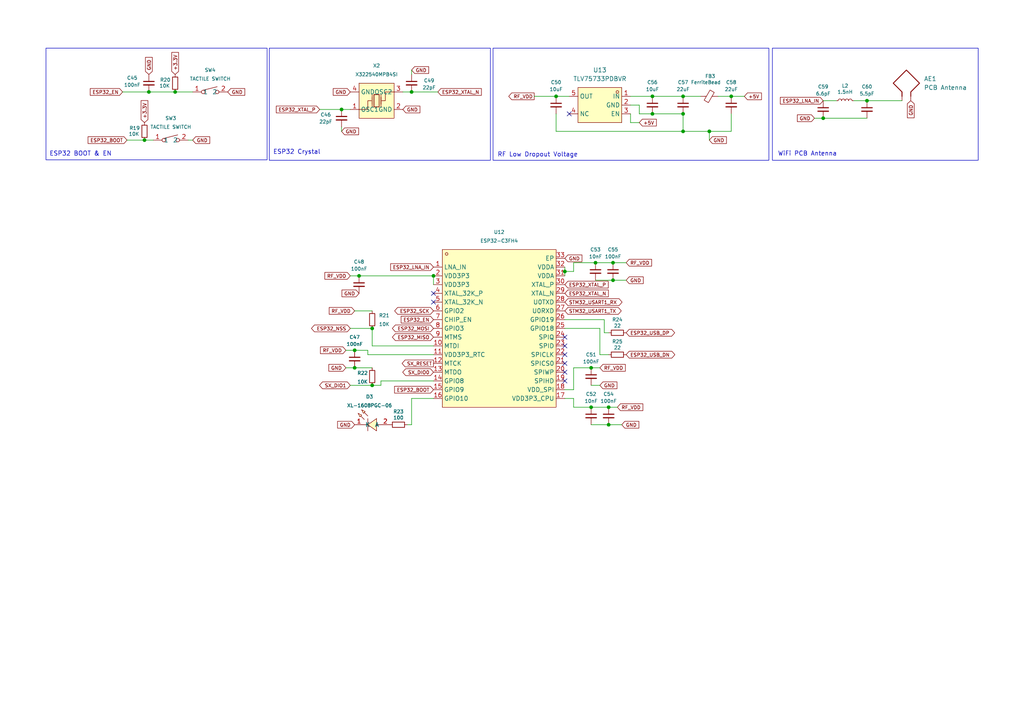
<source format=kicad_sch>
(kicad_sch (version 20250114) (generator "eeschema") (generator_version "9.0")
  (paper "A4")
  (lib_symbols
    (symbol "Device:Antenna_Loop" (pin_numbers (hide yes)) (pin_names (offset 1.016) (hide yes))
      (property "Reference" "AE" (at 1.27 6.35 0))
      (property "Value" "Antenna_Loop" (at 1.27 5.08 0))
      (symbol "Antenna_Loop_0_1"
        (polyline (pts (xy 2.54 -3.81) (xy 2.54 -2.54) (xy 5.08 0) (xy 1.27 3.81) (xy -2.54 0) (xy 0 -2.54) (xy 0 -3.81)) (stroke (width 0.254)))
      )
      (symbol "Antenna_Loop_1_1"
        (pin input line (at 0 -5.08 90) (length 2.54) (name "~") (number "1"))
        (pin input line (at 2.54 -5.08 90) (length 2.54) (name "~") (number "2"))
      )
    )
    (symbol "Device:C_Small" (pin_numbers (hide yes)) (pin_names (offset 0.254) (hide yes))
      (property "Reference" "C" (at 0.254 1.778 0))
      (property "Value" "C_Small" (at 0.254 -2.032 0))
      (symbol "C_Small_0_1"
        (polyline (pts (xy -1.524 0.508) (xy 1.524 0.508)) (stroke (width 0.3048)))
        (polyline (pts (xy -1.524 -0.508) (xy 1.524 -0.508)) (stroke (width 0.3302)))
      )
      (symbol "C_Small_1_1"
        (pin passive line (at 0 2.54 270) (length 2.032) (name "~") (number "1"))
        (pin passive line (at 0 -2.54 90) (length 2.032) (name "~") (number "2"))
      )
    )
    (symbol "Device:FerriteBead_Small" (pin_numbers (hide yes)) (pin_names (offset 0))
      (property "Reference" "FB" (at 1.905 1.27 0))
      (property "Value" "FerriteBead_Small" (at 1.905 -1.27 0))
      (symbol "FerriteBead_Small_0_1"
        (polyline (pts (xy -1.8288 0.2794) (xy -1.1176 1.4986) (xy 1.8288 -0.2032) (xy 1.1176 -1.4224) (xy -1.8288 0.2794)))
        (polyline (pts (xy 0 0.889) (xy 0 1.2954)))
        (polyline (pts (xy 0 -1.27) (xy 0 -0.7874)))
      )
      (symbol "FerriteBead_Small_1_1"
        (pin passive line (at 0 2.54 270) (length 1.27) (name "~") (number "1"))
        (pin passive line (at 0 -2.54 90) (length 1.27) (name "~") (number "2"))
      )
    )
    (symbol "Device:L_Small" (pin_numbers (hide yes)) (pin_names (offset 0.254) (hide yes))
      (property "Reference" "L" (at 0.762 1.016 0))
      (property "Value" "L_Small" (at 0.762 -1.016 0))
      (symbol "L_Small_0_1"
        (arc (start 0 2.032) (mid 0.5058 1.524) (end 0 1.016))
        (arc (start 0 1.016) (mid 0.5058 0.508) (end 0 0))
        (arc (start 0 0) (mid 0.5058 -0.508) (end 0 -1.016))
        (arc (start 0 -1.016) (mid 0.5058 -1.524) (end 0 -2.032))
      )
      (symbol "L_Small_1_1"
        (pin passive line (at 0 2.54 270) (length 0.508) (name "~") (number "1"))
        (pin passive line (at 0 -2.54 90) (length 0.508) (name "~") (number "2"))
      )
    )
    (symbol "Device:R_Small" (pin_numbers (hide yes)) (pin_names (offset 0.254) (hide yes))
      (property "Reference" "R" (at 0 0 90))
      (property "Value" "R_Small" (at 1.778 0 90))
      (symbol "R_Small_0_1"
        (rectangle (start -0.762 1.778) (end 0.762 -1.778) (stroke (width 0.2032)))
      )
      (symbol "R_Small_1_1"
        (pin passive line (at 0 2.54 270) (length 0.762) (name "~") (number "1"))
        (pin passive line (at 0 -2.54 90) (length 0.762) (name "~") (number "2"))
      )
    )
    (symbol "easyeda2kicad:ESP32-C3FH4"
      (property "Reference" "U" (at 0 25.4 0))
      (property "Value" "ESP32-C3FH4" (at 0 -25.4 0))
      (symbol "ESP32-C3FH4_0_1"
        (rectangle (start -16.51 22.86) (end 16.51 -22.86) (fill (type background)))
        (circle (center -15.24 21.59) (radius 0.38))
        (pin unspecified line (at -19.05 17.78 0) (length 2.54) (name "LNA_IN") (number "1"))
        (pin unspecified line (at -19.05 15.24 0) (length 2.54) (name "VDD3P3") (number "2"))
        (pin unspecified line (at -19.05 12.7 0) (length 2.54) (name "VDD3P3") (number "3"))
        (pin unspecified line (at -19.05 10.16 0) (length 2.54) (name "XTAL_32K_P") (number "4"))
        (pin unspecified line (at -19.05 7.62 0) (length 2.54) (name "XTAL_32K_N") (number "5"))
        (pin unspecified line (at -19.05 5.08 0) (length 2.54) (name "GPIO2") (number "6"))
        (pin unspecified line (at -19.05 2.54 0) (length 2.54) (name "CHIP_EN") (number "7"))
        (pin unspecified line (at -19.05 0 0) (length 2.54) (name "GPIO3") (number "8"))
        (pin unspecified line (at -19.05 -2.54 0) (length 2.54) (name "MTMS") (number "9"))
        (pin unspecified line (at -19.05 -5.08 0) (length 2.54) (name "MTDI") (number "10"))
        (pin unspecified line (at -19.05 -7.62 0) (length 2.54) (name "VDD3P3_RTC") (number "11"))
        (pin unspecified line (at -19.05 -10.16 0) (length 2.54) (name "MTCK") (number "12"))
        (pin unspecified line (at -19.05 -12.7 0) (length 2.54) (name "MTDO") (number "13"))
        (pin unspecified line (at -19.05 -15.24 0) (length 2.54) (name "GPIO8") (number "14"))
        (pin unspecified line (at -19.05 -17.78 0) (length 2.54) (name "GPIO9") (number "15"))
        (pin unspecified line (at -19.05 -20.32 0) (length 2.54) (name "GPIO10") (number "16"))
        (pin unspecified line (at 19.05 20.32 180) (length 2.54) (name "EP") (number "33"))
        (pin unspecified line (at 19.05 17.78 180) (length 2.54) (name "VDDA") (number "32"))
        (pin unspecified line (at 19.05 15.24 180) (length 2.54) (name "VDDA") (number "31"))
        (pin unspecified line (at 19.05 12.7 180) (length 2.54) (name "XTAL_P") (number "30"))
        (pin unspecified line (at 19.05 10.16 180) (length 2.54) (name "XTAL_N") (number "29"))
        (pin unspecified line (at 19.05 7.62 180) (length 2.54) (name "U0TXD") (number "28"))
        (pin unspecified line (at 19.05 5.08 180) (length 2.54) (name "U0RXD") (number "27"))
        (pin unspecified line (at 19.05 2.54 180) (length 2.54) (name "GPIO19") (number "26"))
        (pin unspecified line (at 19.05 0 180) (length 2.54) (name "GPIO18") (number "25"))
        (pin unspecified line (at 19.05 -2.54 180) (length 2.54) (name "SPIQ") (number "24"))
        (pin unspecified line (at 19.05 -5.08 180) (length 2.54) (name "SPID") (number "23"))
        (pin unspecified line (at 19.05 -7.62 180) (length 2.54) (name "SPICLK") (number "22"))
        (pin unspecified line (at 19.05 -10.16 180) (length 2.54) (name "SPICS0") (number "21"))
        (pin unspecified line (at 19.05 -12.7 180) (length 2.54) (name "SPIWP") (number "20"))
        (pin unspecified line (at 19.05 -15.24 180) (length 2.54) (name "SPIHD") (number "19"))
        (pin unspecified line (at 19.05 -17.78 180) (length 2.54) (name "VDD_SPI") (number "18"))
        (pin unspecified line (at 19.05 -20.32 180) (length 2.54) (name "VDD3P3_CPU") (number "17"))
      )
    )
    (symbol "easyeda2kicad:HX3X4X2-2P-1.6NTACTILESWITCH"
      (property "Reference" "SW" (at 0 5.08 0))
      (property "Value" "HX 3X4X2-2P-1.6N TACTILE SWITCH" (at 0 -5.08 0))
      (symbol "HX3X4X2-2P-1.6NTACTILESWITCH_0_1"
        (circle (center -2.03 0) (radius 0.51))
        (polyline (pts (xy 2.03 1.52) (xy -2.03 0.51)))
        (circle (center 2.03 0) (radius 0.51))
        (pin unspecified line (at -5.08 0 0) (length 2.54) (name "1") (number "1"))
        (pin unspecified line (at 5.08 0 180) (length 2.54) (name "2") (number "2"))
      )
    )
    (symbol "easyeda2kicad:TLV75733PDBVR"
      (property "Reference" "U" (at 0 7.62 0))
      (property "Value" "TLV75733PDBVR" (at 0 -7.62 0))
      (symbol "TLV75733PDBVR_0_1"
        (rectangle (start -6.35 5.08) (end 6.35 -5.08) (fill (type background)))
        (circle (center -5.08 3.81) (radius 0.38))
        (pin unspecified line (at -8.89 2.54 0) (length 2.54) (name "IN") (number "1"))
        (pin unspecified line (at -8.89 0 0) (length 2.54) (name "GND") (number "2"))
        (pin unspecified line (at -8.89 -2.54 0) (length 2.54) (name "EN") (number "3"))
        (pin unspecified line (at 8.89 2.54 180) (length 2.54) (name "OUT") (number "5"))
        (pin unspecified line (at 8.89 -2.54 180) (length 2.54) (name "NC") (number "4"))
      )
    )
    (symbol "easyeda2kicad:X322540MPB4SI"
      (property "Reference" "X" (at 0 7.62 0))
      (property "Value" "X322540MPB4SI" (at 0 -7.62 0))
      (symbol "X322540MPB4SI_0_1"
        (rectangle (start -5.08 5.08) (end 5.08 -5.08) (fill (type background)))
        (polyline (pts (xy -5.08 -2.54) (xy -2.54 -2.54) (xy -2.54 0) (xy -1.52 0)))
        (polyline (pts (xy -1.27 -1.02) (xy -1.27 1.02)))
        (polyline (pts (xy -1.27 -1.78) (xy -1.27 1.78)))
        (polyline (pts (xy -0.76 -1.78) (xy -0.76 1.78) (xy 0.76 1.78) (xy 0.76 -1.78)))
        (polyline (pts (xy 0.76 1.78) (xy 0.76 -1.78) (xy -0.76 -1.78) (xy -0.76 1.78) (xy 0.76 1.78)) (fill (type background)))
        (polyline (pts (xy 0.76 -1.78) (xy -0.76 -1.78)))
        (polyline (pts (xy 1.27 -1.02) (xy 1.27 1.02)))
        (polyline (pts (xy 1.27 -1.78) (xy 1.27 1.78)))
        (polyline (pts (xy 5.08 2.54) (xy 2.54 2.54) (xy 2.54 0) (xy 1.52 0)))
        (pin unspecified line (at -7.62 2.54 0) (length 2.54) (name "GND") (number "4"))
        (pin unspecified line (at -7.62 -2.54 0) (length 2.54) (name "OSC1") (number "1"))
        (pin unspecified line (at 7.62 2.54 180) (length 2.54) (name "OSC2") (number "3"))
        (pin unspecified line (at 7.62 -2.54 180) (length 2.54) (name "GND") (number "2"))
      )
    )
    (symbol "easyeda2kicad:XL-1608PGC-06"
      (property "Reference" "D" (at 0 6.604 0))
      (property "Value" "XL-1608PGC-06" (at 0 -2.54 0))
      (symbol "XL-1608PGC-06_0_1"
        (polyline (pts (xy -4.06 5.84) (xy -3.05 5.33) (xy -3.56 4.83) (xy -4.06 5.84)) (fill (type background)))
        (polyline (pts (xy -3.05 6.86) (xy -2.03 6.35) (xy -2.54 5.84) (xy -3.05 6.86)) (fill (type background)))
        (polyline (pts (xy -2.29 4.06) (xy -3.3 5.08) (xy -2.29 4.06)) (fill (type background)))
        (polyline (pts (xy -1.27 5.08) (xy -2.29 6.1) (xy -1.27 5.08)) (fill (type background)))
        (polyline (pts (xy -1.27 4.32) (xy -1.27 0.76)))
        (polyline (pts (xy -1.27 2.54) (xy -2.54 2.54)))
        (polyline (pts (xy 1.27 4.32) (xy -1.27 2.54) (xy 1.27 0.76) (xy 1.27 4.32)) (fill (type background)))
        (polyline (pts (xy 2.54 2.54) (xy 1.27 2.54)))
        (pin unspecified line (at -5.08 2.54 0) (length 2.54) (name "K") (number "1"))
        (pin unspecified line (at 5.08 2.54 180) (length 2.54) (name "A") (number "2"))
      )
    )
  )
  (rectangle (start 78.105 13.97) (end 142.24 46.482))
  (rectangle (start 224.028 13.97) (end 283.718 46.482))
  (rectangle (start 13.335 13.97) (end 77.47 46.355))
  (rectangle (start 143.002 13.97) (end 223.012 46.482))
  (text "ESP32 BOOT & EN" (at 23.368 44.704 0) (effects (font (size 1.27 1.27))))
  (text "RF Low Dropout Voltage" (at 155.956 44.958 0) (effects (font (size 1.27 1.27))))
  (text "ESP32 Crystal" (at 86.106 44.196 0) (effects (font (size 1.27 1.27))))
  (text "WiFi PCB Antenna" (at 234.188 44.704 0) (effects (font (size 1.27 1.27))))
  (junction (at 198.12 27.94))
  (junction (at 161.29 27.94))
  (junction (at 107.95 95.25))
  (junction (at 189.23 27.94))
  (junction (at 107.95 111.76))
  (junction (at 251.46 29.21))
  (junction (at 177.8 81.28))
  (junction (at 212.09 27.94))
  (junction (at 176.53 118.11))
  (junction (at 102.87 106.68))
  (junction (at 102.87 101.6))
  (junction (at 177.8 76.2))
  (junction (at 176.53 123.19))
  (junction (at 198.12 33.02))
  (junction (at 172.72 76.2))
  (junction (at 119.38 26.67))
  (junction (at 205.74 38.1))
  (junction (at 171.45 118.11))
  (junction (at 125.73 80.01))
  (junction (at 189.23 33.02))
  (junction (at 99.06 31.75))
  (junction (at 198.12 38.1))
  (junction (at 104.14 80.01))
  (junction (at 238.76 34.29))
  (junction (at 50.8 26.67))
  (junction (at 171.45 106.68))
  (junction (at 43.18 26.67))
  (junction (at 41.91 40.64))
  (junction (at 163.83 78.74))
  (no_connect (at 163.83 100.33))
  (no_connect (at 163.83 110.49))
  (no_connect (at 163.83 97.79))
  (no_connect (at 125.73 85.09))
  (no_connect (at 163.83 105.41))
  (no_connect (at 125.73 87.63))
  (no_connect (at 165.1 33.02))
  (no_connect (at 163.83 107.95))
  (no_connect (at 163.83 102.87))
  (wire (pts (xy 106.68 102.87) (xy 106.68 101.6)))
  (wire (pts (xy 189.23 27.94) (xy 198.12 27.94)))
  (wire (pts (xy 125.73 102.87) (xy 106.68 102.87)))
  (wire (pts (xy 106.68 101.6) (xy 102.87 101.6)))
  (wire (pts (xy 36.83 40.64) (xy 41.91 40.64)))
  (wire (pts (xy 125.73 100.33) (xy 107.95 100.33)))
  (wire (pts (xy 116.84 26.67) (xy 119.38 26.67)))
  (wire (pts (xy 125.73 80.01) (xy 125.73 82.55)))
  (wire (pts (xy 212.09 27.94) (xy 215.9 27.94)))
  (wire (pts (xy 173.99 111.76) (xy 171.45 111.76)))
  (wire (pts (xy 119.38 115.57) (xy 125.73 115.57)))
  (wire (pts (xy 238.76 34.29) (xy 251.46 34.29)))
  (wire (pts (xy 171.45 106.68) (xy 173.99 106.68)))
  (wire (pts (xy 173.99 95.25) (xy 163.83 95.25)))
  (wire (pts (xy 198.12 38.1) (xy 198.12 33.02)))
  (wire (pts (xy 125.73 110.49) (xy 110.49 110.49)))
  (wire (pts (xy 175.26 96.52) (xy 176.53 96.52)))
  (wire (pts (xy 175.26 96.52) (xy 175.26 92.71)))
  (wire (pts (xy 189.23 33.02) (xy 198.12 33.02)))
  (wire (pts (xy 205.74 38.1) (xy 212.09 38.1)))
  (wire (pts (xy 43.18 26.67) (xy 50.8 26.67)))
  (wire (pts (xy 166.37 113.03) (xy 166.37 106.68)))
  (wire (pts (xy 35.56 26.67) (xy 43.18 26.67)))
  (wire (pts (xy 119.38 123.19) (xy 119.38 115.57)))
  (wire (pts (xy 180.34 123.19) (xy 176.53 123.19)))
  (wire (pts (xy 182.88 35.56) (xy 185.42 35.56)))
  (wire (pts (xy 163.83 77.47) (xy 163.83 78.74)))
  (wire (pts (xy 102.87 106.68) (xy 107.95 106.68)))
  (wire (pts (xy 208.28 27.94) (xy 212.09 27.94)))
  (wire (pts (xy 251.46 29.21) (xy 261.62 29.21)))
  (wire (pts (xy 182.88 27.94) (xy 189.23 27.94)))
  (wire (pts (xy 161.29 33.02) (xy 161.29 38.1)))
  (wire (pts (xy 185.42 30.48) (xy 185.42 33.02)))
  (wire (pts (xy 179.07 118.11) (xy 176.53 118.11)))
  (wire (pts (xy 92.71 31.75) (xy 99.06 31.75)))
  (wire (pts (xy 102.87 90.17) (xy 107.95 90.17)))
  (wire (pts (xy 99.06 38.1) (xy 99.06 36.83)))
  (wire (pts (xy 205.74 40.64) (xy 205.74 38.1)))
  (wire (pts (xy 163.83 115.57) (xy 166.37 115.57)))
  (wire (pts (xy 171.45 123.19) (xy 176.53 123.19)))
  (wire (pts (xy 166.37 76.2) (xy 172.72 76.2)))
  (wire (pts (xy 166.37 115.57) (xy 166.37 118.11)))
  (wire (pts (xy 110.49 110.49) (xy 110.49 111.76)))
  (wire (pts (xy 166.37 78.74) (xy 166.37 76.2)))
  (wire (pts (xy 176.53 102.87) (xy 173.99 102.87)))
  (wire (pts (xy 238.76 29.21) (xy 242.57 29.21)))
  (wire (pts (xy 182.88 33.02) (xy 182.88 35.56)))
  (wire (pts (xy 212.09 38.1) (xy 212.09 33.02)))
  (wire (pts (xy 104.14 80.01) (xy 125.73 80.01)))
  (wire (pts (xy 100.33 106.68) (xy 102.87 106.68)))
  (wire (pts (xy 236.22 34.29) (xy 238.76 34.29)))
  (wire (pts (xy 101.6 95.25) (xy 107.95 95.25)))
  (wire (pts (xy 54.61 40.64) (xy 55.88 40.64)))
  (wire (pts (xy 99.06 31.75) (xy 101.6 31.75)))
  (wire (pts (xy 154.94 27.94) (xy 161.29 27.94)))
  (wire (pts (xy 177.8 81.28) (xy 181.61 81.28)))
  (wire (pts (xy 177.8 76.2) (xy 181.61 76.2)))
  (wire (pts (xy 173.99 102.87) (xy 173.99 95.25)))
  (wire (pts (xy 50.8 26.67) (xy 55.88 26.67)))
  (wire (pts (xy 182.88 30.48) (xy 185.42 30.48)))
  (wire (pts (xy 163.83 113.03) (xy 166.37 113.03)))
  (wire (pts (xy 198.12 38.1) (xy 205.74 38.1)))
  (wire (pts (xy 119.38 20.32) (xy 119.38 21.59)))
  (wire (pts (xy 163.83 78.74) (xy 163.83 80.01)))
  (wire (pts (xy 171.45 118.11) (xy 176.53 118.11)))
  (wire (pts (xy 107.95 100.33) (xy 107.95 95.25)))
  (wire (pts (xy 198.12 27.94) (xy 203.2 27.94)))
  (wire (pts (xy 166.37 106.68) (xy 171.45 106.68)))
  (wire (pts (xy 119.38 26.67) (xy 127 26.67)))
  (wire (pts (xy 172.72 76.2) (xy 177.8 76.2)))
  (wire (pts (xy 166.37 118.11) (xy 171.45 118.11)))
  (wire (pts (xy 118.11 123.19) (xy 119.38 123.19)))
  (wire (pts (xy 101.6 111.76) (xy 107.95 111.76)))
  (wire (pts (xy 163.83 78.74) (xy 166.37 78.74)))
  (wire (pts (xy 41.91 40.64) (xy 44.45 40.64)))
  (wire (pts (xy 104.14 80.01) (xy 101.6 80.01)))
  (wire (pts (xy 175.26 92.71) (xy 163.83 92.71)))
  (wire (pts (xy 100.33 101.6) (xy 102.87 101.6)))
  (wire (pts (xy 247.65 29.21) (xy 251.46 29.21)))
  (wire (pts (xy 110.49 111.76) (xy 107.95 111.76)))
  (wire (pts (xy 161.29 38.1) (xy 198.12 38.1)))
  (wire (pts (xy 185.42 33.02) (xy 189.23 33.02)))
  (wire (pts (xy 161.29 27.94) (xy 165.1 27.94)))
  (wire (pts (xy 172.72 81.28) (xy 177.8 81.28)))
  (global_label "ESP32_NSS" (shape bidirectional) (at 101.6 95.25 180) (effects (font (size 1 1))) (property "Intersheetrefs" "${INTERSHEET_REFS}" (effects (hide yes))))
  (global_label "+5V" (shape input) (at 215.9 27.94 0) (effects (font (size 1 1))) (property "Intersheetrefs" "${INTERSHEET_REFS}" (effects (hide yes))))
  (global_label "RF_VDD" (shape output) (at 154.94 27.94 180) (effects (font (size 1 1))) (property "Intersheetrefs" "${INTERSHEET_REFS}" (effects (hide yes))))
  (global_label "GND" (shape input) (at 173.99 111.76 0) (effects (font (size 1 1))) (property "Intersheetrefs" "${INTERSHEET_REFS}" (effects (hide yes))))
  (global_label "GND" (shape input) (at 43.18 21.59 90) (effects (font (size 1 1))) (property "Intersheetrefs" "${INTERSHEET_REFS}" (effects (hide yes))))
  (global_label "GND" (shape input) (at 181.61 81.28 0) (effects (font (size 1 1))) (property "Intersheetrefs" "${INTERSHEET_REFS}" (effects (hide yes))))
  (global_label "ESP32_EN" (shape input) (at 125.73 92.71 180) (effects (font (size 1 1))) (property "Intersheetrefs" "${INTERSHEET_REFS}" (effects (hide yes))))
  (global_label "ESP32_BOOT" (shape input) (at 125.73 113.03 180) (effects (font (size 1 1))) (property "Intersheetrefs" "${INTERSHEET_REFS}" (effects (hide yes))))
  (global_label "RF_VDD" (shape input) (at 179.07 118.11 0) (effects (font (size 1 1))) (property "Intersheetrefs" "${INTERSHEET_REFS}" (effects (hide yes))))
  (global_label "GND" (shape input) (at 180.34 123.19 0) (effects (font (size 1 1))) (property "Intersheetrefs" "${INTERSHEET_REFS}" (effects (hide yes))))
  (global_label "ESP32_XTAL_P" (shape input) (at 92.71 31.75 180) (effects (font (size 1 1))) (property "Intersheetrefs" "${INTERSHEET_REFS}" (effects (hide yes))))
  (global_label "ESP32_USB_DP" (shape bidirectional) (at 181.61 96.52 0) (effects (font (size 1 1))) (property "Intersheetrefs" "${INTERSHEET_REFS}" (effects (hide yes))))
  (global_label "STM32_USART1_RX" (shape bidirectional) (at 163.83 87.63 0) (effects (font (size 1 1))) (property "Intersheetrefs" "${INTERSHEET_REFS}" (effects (hide yes))))
  (global_label "GND" (shape input) (at 205.74 40.64 0) (effects (font (size 1 1))) (property "Intersheetrefs" "${INTERSHEET_REFS}" (effects (hide yes))))
  (global_label "ESP32_USB_DN" (shape bidirectional) (at 181.61 102.87 0) (effects (font (size 1 1))) (property "Intersheetrefs" "${INTERSHEET_REFS}" (effects (hide yes))))
  (global_label "ESP32_MOSI" (shape bidirectional) (at 125.73 95.25 180) (effects (font (size 1 1))) (property "Intersheetrefs" "${INTERSHEET_REFS}" (effects (hide yes))))
  (global_label "ESP32_LNA_IN" (shape input) (at 238.76 29.21 180) (effects (font (size 1 1))) (property "Intersheetrefs" "${INTERSHEET_REFS}" (effects (hide yes))))
  (global_label "GND" (shape input) (at 99.06 38.1 0) (effects (font (size 1 1))) (property "Intersheetrefs" "${INTERSHEET_REFS}" (effects (hide yes))))
  (global_label "GND" (shape input) (at 100.33 106.68 180) (effects (font (size 1 1))) (property "Intersheetrefs" "${INTERSHEET_REFS}" (effects (hide yes))))
  (global_label "RF_VDD" (shape input) (at 101.6 80.01 180) (effects (font (size 1 1))) (property "Intersheetrefs" "${INTERSHEET_REFS}" (effects (hide yes))))
  (global_label "GND" (shape input) (at 102.87 123.19 180) (effects (font (size 1 1))) (property "Intersheetrefs" "${INTERSHEET_REFS}" (effects (hide yes))))
  (global_label "RF_VDD" (shape input) (at 100.33 101.6 180) (effects (font (size 1 1))) (property "Intersheetrefs" "${INTERSHEET_REFS}" (effects (hide yes))))
  (global_label "GND" (shape input) (at 116.84 31.75 0) (effects (font (size 1 1))) (property "Intersheetrefs" "${INTERSHEET_REFS}" (effects (hide yes))))
  (global_label "GND" (shape input) (at 66.04 26.67 0) (effects (font (size 1 1))) (property "Intersheetrefs" "${INTERSHEET_REFS}" (effects (hide yes))))
  (global_label "ESP32_XTAL_P" (shape input) (at 163.83 82.55 0) (effects (font (size 1 1))) (property "Intersheetrefs" "${INTERSHEET_REFS}" (effects (hide yes))))
  (global_label "RF_VDD" (shape input) (at 181.61 76.2 0) (effects (font (size 1 1))) (property "Intersheetrefs" "${INTERSHEET_REFS}" (effects (hide yes))))
  (global_label "ESP32_MISO" (shape bidirectional) (at 125.73 97.79 180) (effects (font (size 1 1))) (property "Intersheetrefs" "${INTERSHEET_REFS}" (effects (hide yes))))
  (global_label "ESP32_SCK" (shape bidirectional) (at 125.73 90.17 180) (effects (font (size 1 1))) (property "Intersheetrefs" "${INTERSHEET_REFS}" (effects (hide yes))))
  (global_label "+3.3V" (shape input) (at 41.91 35.56 90) (effects (font (size 1 1))) (property "Intersheetrefs" "${INTERSHEET_REFS}" (effects (hide yes))))
  (global_label "ESP32_LNA_IN" (shape input) (at 125.73 77.47 180) (effects (font (size 1 1))) (property "Intersheetrefs" "${INTERSHEET_REFS}" (effects (hide yes))))
  (global_label "ESP32_XTAL_N" (shape input) (at 127 26.67 0) (effects (font (size 1 1))) (property "Intersheetrefs" "${INTERSHEET_REFS}" (effects (hide yes))))
  (global_label "GND" (shape input) (at 163.83 74.93 0) (effects (font (size 1 1))) (property "Intersheetrefs" "${INTERSHEET_REFS}" (effects (hide yes))))
  (global_label "GND" (shape input) (at 104.14 85.09 180) (effects (font (size 1 1))) (property "Intersheetrefs" "${INTERSHEET_REFS}" (effects (hide yes))))
  (global_label "GND" (shape input) (at 101.6 26.67 180) (effects (font (size 1 1))) (property "Intersheetrefs" "${INTERSHEET_REFS}" (effects (hide yes))))
  (global_label "STM32_USART1_TX" (shape bidirectional) (at 163.83 90.17 0) (effects (font (size 1 1))) (property "Intersheetrefs" "${INTERSHEET_REFS}" (effects (hide yes))))
  (global_label "GND" (shape input) (at 55.88 40.64 0) (effects (font (size 1 1))) (property "Intersheetrefs" "${INTERSHEET_REFS}" (effects (hide yes))))
  (global_label "GND" (shape input) (at 119.38 20.32 0) (effects (font (size 1 1))) (property "Intersheetrefs" "${INTERSHEET_REFS}" (effects (hide yes))))
  (global_label "+3.3V" (shape input) (at 50.8 21.59 90) (effects (font (size 1 1))) (property "Intersheetrefs" "${INTERSHEET_REFS}" (effects (hide yes))))
  (global_label "+5V" (shape input) (at 185.42 35.56 0) (effects (font (size 1 1))) (property "Intersheetrefs" "${INTERSHEET_REFS}" (effects (hide yes))))
  (global_label "ESP32_EN" (shape input) (at 35.56 26.67 180) (effects (font (size 1 1))) (property "Intersheetrefs" "${INTERSHEET_REFS}" (effects (hide yes))))
  (global_label "GND" (shape input) (at 236.22 34.29 180) (effects (font (size 1 1))) (property "Intersheetrefs" "${INTERSHEET_REFS}" (effects (hide yes))))
  (global_label "ESP32_BOOT" (shape input) (at 36.83 40.64 180) (effects (font (size 1 1))) (property "Intersheetrefs" "${INTERSHEET_REFS}" (effects (hide yes))))
  (global_label "SX_DIO0" (shape bidirectional) (at 125.73 107.95 180) (effects (font (size 1 1))) (property "Intersheetrefs" "${INTERSHEET_REFS}" (effects (hide yes))))
  (global_label "ESP32_XTAL_N" (shape input) (at 163.83 85.09 0) (effects (font (size 1 1))) (property "Intersheetrefs" "${INTERSHEET_REFS}" (effects (hide yes))))
  (global_label "SX_DIO1" (shape bidirectional) (at 101.6 111.76 180) (effects (font (size 1 1))) (property "Intersheetrefs" "${INTERSHEET_REFS}" (effects (hide yes))))
  (global_label "RF_VDD" (shape input) (at 102.87 90.17 180) (effects (font (size 1 1))) (property "Intersheetrefs" "${INTERSHEET_REFS}" (effects (hide yes))))
  (global_label "SX_RESET" (shape output) (at 125.73 105.41 180) (effects (font (size 1 1))) (property "Intersheetrefs" "${INTERSHEET_REFS}" (effects (hide yes))))
  (global_label "GND" (shape input) (at 264.16 29.21 270) (effects (font (size 1 1))) (property "Intersheetrefs" "${INTERSHEET_REFS}" (effects (hide yes))))
  (global_label "RF_VDD" (shape input) (at 173.99 106.68 0) (effects (font (size 1 1))) (property "Intersheetrefs" "${INTERSHEET_REFS}" (effects (hide yes))))
  (symbol (lib_id "Device:Antenna_Loop") (at 261.62 24.13 0) (unit 1)
    (property "Reference" "AE1" (at 267.97 22.8599 0) (effects (justify left)))
    (property "Value" "PCB Antenna" (at 267.97 25.3999 0) (effects (justify left)))
    (property "Footprint" "easyeda2kicad:Texas_SWRA117D_2.4GHz_Right" (effects (hide yes)))
    (property "Description" "Loop antenna" (effects (hide yes)))
  )
  (symbol (lib_id "Device:R_Small") (at 115.57 123.19 270) (unit 1)
    (property "Reference" "R23" (at 115.57 119.38 90) (effects (font (size 1 1))))
    (property "Value" "100" (at 115.57 121.158 90) (effects (font (size 1 1))))
    (property "Footprint" "Resistor_SMD:R_0603_1608Metric" (effects (hide yes)))
    (property "Description" "Resistor, small symbol" (effects (hide yes)))
  )
  (symbol (lib_id "Device:C_Small") (at 99.06 34.29 0) (unit 1)
    (property "Reference" "C46" (at 94.488 33.274 0) (effects (font (size 1 1))))
    (property "Value" "22pF" (at 94.488 35.306 0) (effects (font (size 1 1))))
    (property "Footprint" "Capacitor_SMD:C_0603_1608Metric" (effects (hide yes)))
    (property "Description" "Unpolarized capacitor, small symbol" (effects (hide yes)))
  )
  (symbol (lib_id "Device:L_Small") (at 245.11 29.21 90) (unit 1)
    (property "Reference" "L2" (at 245.11 24.892 90) (effects (font (size 1 1))))
    (property "Value" "1.5nH" (at 245.11 26.67 90) (effects (font (size 1 1))))
    (property "Footprint" "LED_SMD:LED_0402_1005Metric" (effects (hide yes)))
    (property "Description" "Inductor, small symbol" (effects (hide yes)))
  )
  (symbol (lib_id "Device:C_Small") (at 189.23 30.48 0) (unit 1)
    (property "Reference" "C56" (at 189.23 23.876 0) (effects (font (size 1 1))))
    (property "Value" "10uF" (at 189.23 25.908 0) (effects (font (size 1 1))))
    (property "Footprint" "Capacitor_SMD:C_0603_1608Metric" (effects (hide yes)))
    (property "Description" "Unpolarized capacitor, small symbol" (effects (hide yes)))
  )
  (symbol (lib_id "Device:R_Small") (at 107.95 109.22 0) (unit 1)
    (property "Reference" "R22" (at 105.156 108.204 0) (effects (font (size 1 1))))
    (property "Value" "10K" (at 105.156 110.744 0) (effects (font (size 1 1))))
    (property "Footprint" "Resistor_SMD:R_0603_1608Metric" (effects (hide yes)))
    (property "Description" "Resistor, small symbol" (effects (hide yes)))
  )
  (symbol (lib_id "Device:R_Small") (at 107.95 92.71 0) (unit 1)
    (property "Reference" "R21" (at 111.4425 91.5035 0) (effects (font (size 1 1))))
    (property "Value" "10K" (at 111.4425 94.0435 0) (effects (font (size 1 1))))
    (property "Footprint" "Resistor_SMD:R_0603_1608Metric" (effects (hide yes)))
    (property "Description" "Resistor, small symbol" (effects (hide yes)))
  )
  (symbol (lib_id "Device:C_Small") (at 212.09 30.48 0) (unit 1)
    (property "Reference" "C58" (at 212.09 23.876 0) (effects (font (size 1 1))))
    (property "Value" "22uF" (at 212.09 25.908 0) (effects (font (size 1 1))))
    (property "Footprint" "Capacitor_SMD:C_0603_1608Metric" (effects (hide yes)))
    (property "Description" "Unpolarized capacitor, small symbol" (effects (hide yes)))
  )
  (symbol (lib_id "Device:C_Small") (at 177.8 78.74 0) (unit 1)
    (property "Reference" "C55" (at 177.8 72.39 0) (effects (font (size 1 1))))
    (property "Value" "100nF" (at 177.8 74.422 0) (effects (font (size 1 1))))
    (property "Footprint" "Capacitor_SMD:C_0603_1608Metric" (effects (hide yes)))
    (property "Description" "Unpolarized capacitor, small symbol" (effects (hide yes)))
  )
  (symbol (lib_id "easyeda2kicad:ESP32-C3FH4") (at 144.78 95.25 0) (unit 1)
    (property "Reference" "U12" (at 144.78 67.31 0) (effects (font (size 1 1))))
    (property "Value" "ESP32-C3FH4" (at 144.78 69.85 0) (effects (font (size 1 1))))
    (property "Footprint" "easyeda2kicad:QFN-32_L5.0-W5.0-P0.50-TL-EP3.7" (effects (hide yes)))
    (property "LCSC Part" "C2858491" (effects (hide yes)))
  )
  (symbol (lib_id "Device:C_Small") (at 161.29 30.48 0) (unit 1)
    (property "Reference" "C50" (at 161.29 23.876 0) (effects (font (size 1 1))))
    (property "Value" "10uF" (at 161.29 25.908 0) (effects (font (size 1 1))))
    (property "Footprint" "Capacitor_SMD:C_0603_1608Metric" (effects (hide yes)))
    (property "Description" "Unpolarized capacitor, small symbol" (effects (hide yes)))
  )
  (symbol (lib_id "easyeda2kicad:HX3X4X2-2P-1.6NTACTILESWITCH") (at 49.53 40.64 0) (unit 1)
    (property "Reference" "SW3" (at 49.53 34.29 0) (effects (font (size 1 1))))
    (property "Value" "TACTILE SWITCH" (at 49.53 36.83 0) (effects (font (size 1 1))))
    (property "Footprint" "easyeda2kicad:KEY-SMD_L4.0-W3.0-LS4.9-1" (effects (hide yes)))
    (property "LCSC Part" "C49234124" (effects (hide yes)))
  )
  (symbol (lib_id "easyeda2kicad:TLV75733PDBVR") (at 173.99 30.48 0) (mirror y) (unit 1)
    (property "Reference" "U13" (at 173.99 20.32 0))
    (property "Value" "TLV75733PDBVR" (at 173.99 22.86 0))
    (property "Footprint" "easyeda2kicad:SOT-23-5_L2.9-W1.6-P0.95-LS2.8-BL" (effects (hide yes)))
    (property "Datasheet" "https://lcsc.com/product-detail/New-Arrivals_Texas-Instruments-Texas-Instruments-TLV75733PDBVR_C485517.html" (effects (hide yes)))
    (property "LCSC Part" "C485517" (effects (hide yes)))
  )
  (symbol (lib_id "Device:C_Small") (at 43.18 24.13 0) (unit 1)
    (property "Reference" "C45" (at 38.354 22.606 0) (effects (font (size 1 1))))
    (property "Value" "100nF" (at 38.354 24.638 0) (effects (font (size 1 1))))
    (property "Footprint" "Capacitor_SMD:C_0603_1608Metric" (effects (hide yes)))
    (property "Description" "Unpolarized capacitor, small symbol" (effects (hide yes)))
  )
  (symbol (lib_id "easyeda2kicad:XL-1608PGC-06") (at 107.95 125.73 0) (unit 1)
    (property "Reference" "D3" (at 107.188 115.062 0) (effects (font (size 1 1))))
    (property "Value" "XL-1608PGC-06" (at 107.188 117.602 0) (effects (font (size 1 1))))
    (property "Footprint" "easyeda2kicad:LED0603-RD_GREEN" (effects (hide yes)))
    (property "LCSC Part" "C7371905" (effects (hide yes)))
  )
  (symbol (lib_id "Device:C_Small") (at 119.38 24.13 0) (unit 1)
    (property "Reference" "C49" (at 124.46 23.368 0) (effects (font (size 1 1))))
    (property "Value" "22pF" (at 124.46 25.4 0) (effects (font (size 1 1))))
    (property "Footprint" "Capacitor_SMD:C_0603_1608Metric" (effects (hide yes)))
    (property "Description" "Unpolarized capacitor, small symbol" (effects (hide yes)))
  )
  (symbol (lib_id "easyeda2kicad:X322540MPB4SI") (at 109.22 29.21 0) (unit 1)
    (property "Reference" "X2" (at 109.22 19.05 0) (effects (font (size 1 1))))
    (property "Value" "X322540MPB4SI" (at 109.22 21.59 0) (effects (font (size 1 1))))
    (property "Footprint" "easyeda2kicad:OSC-SMD_4P-L3.2-W2.5-BL_SIT8008BI" (effects (hide yes)))
    (property "Datasheet" "https://lcsc.com/product-detail/SMD-Crystals_YSX321SL-40MHZ-15PF-10PPM-40-85_C9010.html" (effects (hide yes)))
    (property "LCSC Part" "C9010" (effects (hide yes)))
  )
  (symbol (lib_id "Device:C_Small") (at 251.46 31.75 0) (unit 1)
    (property "Reference" "C60" (at 251.46 25.146 0) (effects (font (size 1 1))))
    (property "Value" "5.5pF" (at 251.46 27.178 0) (effects (font (size 1 1))))
    (property "Footprint" "Capacitor_SMD:C_0402_1005Metric" (effects (hide yes)))
    (property "Description" "Unpolarized capacitor, small symbol" (effects (hide yes)))
  )
  (symbol (lib_id "Device:R_Small") (at 179.07 96.52 270) (unit 1)
    (property "Reference" "R24" (at 179.07 92.71 90) (effects (font (size 1 1))))
    (property "Value" "22" (at 179.07 94.488 90) (effects (font (size 1 1))))
    (property "Footprint" "Resistor_SMD:R_0603_1608Metric" (effects (hide yes)))
    (property "Description" "Resistor, small symbol" (effects (hide yes)))
  )
  (symbol (lib_id "easyeda2kicad:HX3X4X2-2P-1.6NTACTILESWITCH") (at 60.96 26.67 0) (unit 1)
    (property "Reference" "SW4" (at 60.96 20.32 0) (effects (font (size 1 1))))
    (property "Value" "TACTILE SWITCH" (at 60.96 22.86 0) (effects (font (size 1 1))))
    (property "Footprint" "easyeda2kicad:KEY-SMD_L4.0-W3.0-LS4.9-1" (effects (hide yes)))
    (property "LCSC Part" "C49234124" (effects (hide yes)))
  )
  (symbol (lib_id "Device:C_Small") (at 171.45 120.65 0) (unit 1)
    (property "Reference" "C52" (at 171.45 114.3 0) (effects (font (size 1 1))))
    (property "Value" "10nF" (at 171.45 116.332 0) (effects (font (size 1 1))))
    (property "Footprint" "Capacitor_SMD:C_0603_1608Metric" (effects (hide yes)))
    (property "Description" "Unpolarized capacitor, small symbol" (effects (hide yes)))
  )
  (symbol (lib_id "Device:R_Small") (at 50.8 24.13 0) (unit 1)
    (property "Reference" "R20" (at 47.9425 23.1775 0) (effects (font (size 1 1))))
    (property "Value" "10K" (at 47.752 24.892 0) (effects (font (size 1 1))))
    (property "Footprint" "Resistor_SMD:R_0603_1608Metric" (effects (hide yes)))
    (property "Description" "Resistor, small symbol" (effects (hide yes)))
  )
  (symbol (lib_id "Device:C_Small") (at 104.14 82.55 0) (unit 1)
    (property "Reference" "C48" (at 104.14 75.946 0) (effects (font (size 1 1))))
    (property "Value" "100nF" (at 104.14 77.978 0) (effects (font (size 1 1))))
    (property "Footprint" "Capacitor_SMD:C_0603_1608Metric" (effects (hide yes)))
    (property "Description" "Unpolarized capacitor, small symbol" (effects (hide yes)))
  )
  (symbol (lib_id "Device:FerriteBead_Small") (at 205.74 27.94 90) (unit 1)
    (property "Reference" "FB3" (at 205.994 22.098 90) (effects (font (size 1 1))))
    (property "Value" "FerriteBead" (at 204.724 23.876 90) (effects (font (size 1 1))))
    (property "Footprint" "Inductor_SMD:L_0603_1608Metric" (effects (hide yes)))
    (property "Description" "Ferrite bead, small symbol" (effects (hide yes)))
  )
  (symbol (lib_id "Device:C_Small") (at 238.76 31.75 0) (unit 1)
    (property "Reference" "C59" (at 238.76 25.146 0) (effects (font (size 1 1))))
    (property "Value" "6.6pF" (at 238.76 27.178 0) (effects (font (size 1 1))))
    (property "Footprint" "Capacitor_SMD:C_0402_1005Metric" (effects (hide yes)))
    (property "Description" "Unpolarized capacitor, small symbol" (effects (hide yes)))
  )
  (symbol (lib_id "Device:R_Small") (at 179.07 102.87 270) (unit 1)
    (property "Reference" "R25" (at 179.07 99.06 90) (effects (font (size 1 1))))
    (property "Value" "22" (at 179.07 100.838 90) (effects (font (size 1 1))))
    (property "Footprint" "Resistor_SMD:R_0603_1608Metric" (effects (hide yes)))
    (property "Description" "Resistor, small symbol" (effects (hide yes)))
  )
  (symbol (lib_id "Device:C_Small") (at 102.87 104.14 0) (unit 1)
    (property "Reference" "C47" (at 102.87 97.79 0) (effects (font (size 1 1))))
    (property "Value" "100nF" (at 102.87 99.822 0) (effects (font (size 1 1))))
    (property "Footprint" "Capacitor_SMD:C_0603_1608Metric" (effects (hide yes)))
    (property "Description" "Unpolarized capacitor, small symbol" (effects (hide yes)))
  )
  (symbol (lib_id "Device:C_Small") (at 198.12 30.48 0) (unit 1)
    (property "Reference" "C57" (at 198.12 23.876 0) (effects (font (size 1 1))))
    (property "Value" "22uF" (at 198.12 25.908 0) (effects (font (size 1 1))))
    (property "Footprint" "Capacitor_SMD:C_0603_1608Metric" (effects (hide yes)))
    (property "Description" "Unpolarized capacitor, small symbol" (effects (hide yes)))
  )
  (symbol (lib_id "Device:C_Small") (at 176.53 120.65 0) (unit 1)
    (property "Reference" "C54" (at 176.53 114.3 0) (effects (font (size 1 1))))
    (property "Value" "100nF" (at 176.53 116.332 0) (effects (font (size 1 1))))
    (property "Footprint" "Capacitor_SMD:C_0603_1608Metric" (effects (hide yes)))
    (property "Description" "Unpolarized capacitor, small symbol" (effects (hide yes)))
  )
  (symbol (lib_id "Device:C_Small") (at 171.45 109.22 0) (unit 1)
    (property "Reference" "C51" (at 171.45 102.87 0) (effects (font (size 1 1))))
    (property "Value" "100nF" (at 171.45 104.902 0) (effects (font (size 1 1))))
    (property "Footprint" "Capacitor_SMD:C_0603_1608Metric" (effects (hide yes)))
    (property "Description" "Unpolarized capacitor, small symbol" (effects (hide yes)))
  )
  (symbol (lib_id "Device:R_Small") (at 41.91 38.1 0) (unit 1)
    (property "Reference" "R19" (at 39.0525 37.1475 0) (effects (font (size 1 1))))
    (property "Value" "10K" (at 38.862 38.862 0) (effects (font (size 1 1))))
    (property "Footprint" "Resistor_SMD:R_0603_1608Metric" (effects (hide yes)))
    (property "Description" "Resistor, small symbol" (effects (hide yes)))
  )
  (symbol (lib_id "Device:C_Small") (at 172.72 78.74 0) (unit 1)
    (property "Reference" "C53" (at 172.72 72.39 0) (effects (font (size 1 1))))
    (property "Value" "10nF" (at 172.72 74.422 0) (effects (font (size 1 1))))
    (property "Footprint" "Capacitor_SMD:C_0603_1608Metric" (effects (hide yes)))
    (property "Description" "Unpolarized capacitor, small symbol" (effects (hide yes)))
  )
)
</source>
